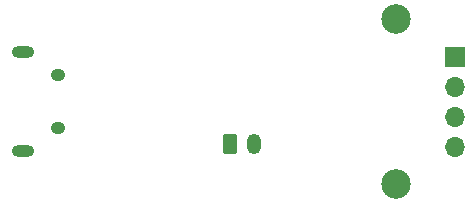
<source format=gbr>
%TF.GenerationSoftware,KiCad,Pcbnew,(6.0.0-0)*%
%TF.CreationDate,2022-08-17T15:30:41+02:00*%
%TF.ProjectId,bq24072_pmic_board,62713234-3037-4325-9f70-6d69635f626f,rev?*%
%TF.SameCoordinates,Original*%
%TF.FileFunction,Soldermask,Bot*%
%TF.FilePolarity,Negative*%
%FSLAX46Y46*%
G04 Gerber Fmt 4.6, Leading zero omitted, Abs format (unit mm)*
G04 Created by KiCad (PCBNEW (6.0.0-0)) date 2022-08-17 15:30:41*
%MOMM*%
%LPD*%
G01*
G04 APERTURE LIST*
G04 Aperture macros list*
%AMRoundRect*
0 Rectangle with rounded corners*
0 $1 Rounding radius*
0 $2 $3 $4 $5 $6 $7 $8 $9 X,Y pos of 4 corners*
0 Add a 4 corners polygon primitive as box body*
4,1,4,$2,$3,$4,$5,$6,$7,$8,$9,$2,$3,0*
0 Add four circle primitives for the rounded corners*
1,1,$1+$1,$2,$3*
1,1,$1+$1,$4,$5*
1,1,$1+$1,$6,$7*
1,1,$1+$1,$8,$9*
0 Add four rect primitives between the rounded corners*
20,1,$1+$1,$2,$3,$4,$5,0*
20,1,$1+$1,$4,$5,$6,$7,0*
20,1,$1+$1,$6,$7,$8,$9,0*
20,1,$1+$1,$8,$9,$2,$3,0*%
G04 Aperture macros list end*
%ADD10R,1.700000X1.700000*%
%ADD11O,1.700000X1.700000*%
%ADD12C,2.500000*%
%ADD13RoundRect,0.250000X-0.350000X-0.625000X0.350000X-0.625000X0.350000X0.625000X-0.350000X0.625000X0*%
%ADD14O,1.200000X1.750000*%
%ADD15O,1.250000X1.050000*%
%ADD16O,1.900000X1.000000*%
G04 APERTURE END LIST*
D10*
%TO.C,J103*%
X163025000Y-86200000D03*
D11*
X163025000Y-88740000D03*
X163025000Y-91280000D03*
X163025000Y-93820000D03*
%TD*%
D12*
%TO.C,REF\u002A\u002A*%
X158000000Y-97000000D03*
%TD*%
%TO.C,REF\u002A\u002A*%
X158000000Y-83000000D03*
%TD*%
D13*
%TO.C,J102*%
X144000000Y-93550000D03*
D14*
X146000000Y-93550000D03*
%TD*%
D15*
%TO.C,J101*%
X129420000Y-92225000D03*
X129420000Y-87775000D03*
D16*
X126420000Y-85825000D03*
X126420000Y-94175000D03*
%TD*%
M02*

</source>
